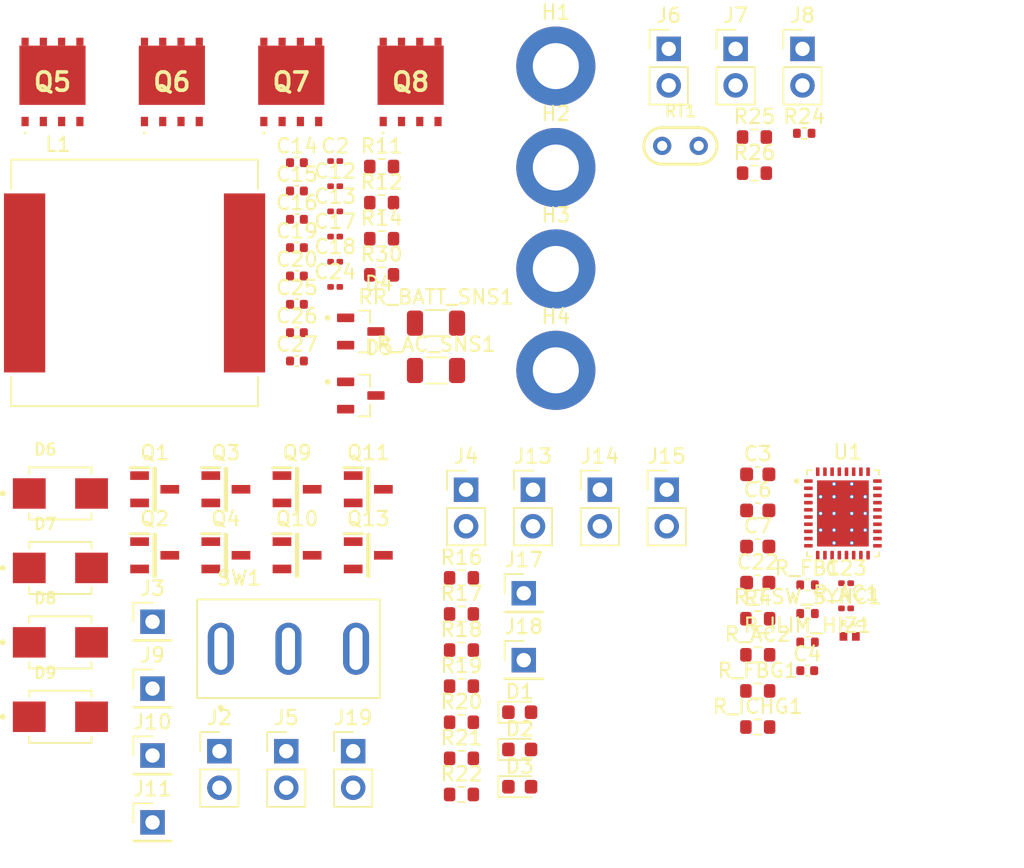
<source format=kicad_pcb>
(kicad_pcb (version 20241229) (generator "pcbnew") (generator_version "9.0")
  (layers (0 "F.Cu" signal) (2 "B.Cu" signal) (13 "F.Paste" user) (15 "B.Paste" user) (5 "F.SilkS" user "F.Silkscreen") (7 "B.SilkS" user "B.Silkscreen") (1 "F.Mask" user) (3 "B.Mask" user) (25 "Edge.Cuts" user))
  (net 0 "")
  (net 1 "SOL")
  (net 2 "GND")
  (net 3 "DRV_SUP")
  (net 4 "Net-(C6-Pad1)")
  (net 5 "Net-(Q5-D_1)")
  (net 6 "SRP")
  (net 7 "SRN")
  (net 8 "SYS{slash}BATT")
  (net 9 "BTST_1")
  (net 10 "SW1")
  (net 11 "SW2")
  (net 12 "BTST_2")
  (net 13 "Net-(Q6-D_1)")
  (net 14 "ACP")
  (net 15 "ACN")
  (net 16 "Net-(D1-A)")
  (net 17 "PG")
  (net 18 "Net-(D2-K)")
  (net 19 "Net-(D2-A)")
  (net 20 "STAT_2")
  (net 21 "Net-(D3-A)")
  (net 24 "Net-(D6-PadC)")
  (net 25 "Net-(J10-Pin_1)")
  (net 26 "Net-(D7-PadC)")
  (net 27 "Net-(D8-PadC)")
  (net 28 "Net-(J4-Pin_1)")
  (net 29 "Net-(J5-Pin_2)")
  (net 30 "TS")
  (net 31 "Net-(J6-Pin_2)")
  (net 32 "Net-(J7-Pin_2)")
  (net 33 "Net-(J8-Pin_1)")
  (net 34 "Net-(J19-Pin_1)")
  (net 35 "CE")
  (net 36 "Net-(J14-Pin_2)")
  (net 37 "INT")
  (net 38 "STAT_1")
  (net 39 "SCL")
  (net 40 "SDA")
  (net 41 "/Inhibits, Inputs/EN")
  (net 42 "Net-(Q1-Pad2)")
  (net 43 "Net-(Q4-Pad2)")
  (net 44 "HIDRV_1")
  (net 45 "HIDRV_2")
  (net 46 "LODRV_1")
  (net 47 "LODRV_2")
  (net 48 "Net-(Q10-Pad2)")
  (net 49 "PGND")
  (net 50 "/BQ25756E/ACUV")
  (net 51 "/BQ25756E/ACOV")
  (net 52 "/BQ25756E/FB")
  (net 53 "/BQ25756E/FBG")
  (net 54 "Net-(U1-FSW_SYNC)")
  (net 55 "Net-(U1-ICHG)")
  (net 56 "Net-(U1-ILIM_HIZ)")
  (footprint "Connector_PinHeader_2.54mm:PinHeader_1x02_P2.54mm_Vertical" (layer "F.Cu") (at 19.905 50.655)
    (property "Reference" "J5" (at 0 -2.33 0) (layer "F.SilkS"))
    (property "Value" "BATT_01x02_Pin")
    (pad "1" thru_hole rect (at 0 0) (size 1.7 1.7) (drill 1) (layers "*.Cu" "*.Mask") (net 8 "SYS{slash}BATT"))
    (pad "2" thru_hole oval (at 0 2.54) (size 1.7 1.7) (drill 1) (layers "*.Cu" "*.Mask") (net 29 "Net-(J5-Pin_2)"))
  )
  (footprint "Connector_PinHeader_2.54mm:PinHeader_1x01_P2.54mm_Vertical" (layer "F.Cu") (at 10.605 46.305)
    (property "Reference" "J9" (at 0 -2.33 0) (layer "F.SilkS"))
    (property "Value" "SYS_TEST_01x01_Pin")
    (pad "1" thru_hole rect (at 0 0) (size 1.7 1.7) (drill 1) (layers "*.Cu" "*.Mask") (net 34 "Net-(J19-Pin_1)"))
  )
  (footprint "MountingHole:MountingHole_3.2mm_M3_ISO14580_Pad" (layer "F.Cu") (at 38.645 17.125)
    (property "Reference" "H3" (at 0 -3.75 0) (layer "F.SilkS"))
    (property "Value" "MountingHole_Pad")
    (pad "1" thru_hole circle (at 0 0) (size 5.5 5.5) (drill 3.2) (layers "*.Cu" "*.Mask") (net 2 "GND"))
  )
  (footprint "Resistor_SMD:R_0603_1608Metric" (layer "F.Cu") (at 52.455 10.465)
    (property "Reference" "R26" (at 0 -1.43 0) (layer "F.SilkS"))
    (property "Value" "10k")
    (pad "1" smd roundrect (at -0.825 0) (size 0.8 0.95) (layers "F.Cu" "F.Mask" "F.Paste") (net 2 "GND"))
    (pad "2" smd roundrect (at 0.825 0) (size 0.8 0.95) (layers "F.Cu" "F.Mask" "F.Paste") (net 31 "Net-(J6-Pin_2)"))
  )
  (footprint "Capacitor_SMD:C_0603_1608Metric" (layer "F.Cu") (at 52.685 33.915)
    (property "Reference" "C6" (at 0 -1.43 0) (layer "F.SilkS"))
    (property "Value" "47u")
    (pad "1" smd roundrect (at -0.775 0) (size 0.9 0.95) (layers "F.Cu" "F.Mask" "F.Paste") (net 4 "Net-(C6-Pad1)"))
    (pad "2" smd roundrect (at 0.775 0) (size 0.9 0.95) (layers "F.Cu" "F.Mask" "F.Paste") (net 2 "GND"))
  )
  (footprint "Connector_PinHeader_2.54mm:PinHeader_1x01_P2.54mm_Vertical" (layer "F.Cu") (at 10.605 41.655)
    (property "Reference" "J3" (at 0 -2.33 0) (layer "F.SilkS"))
    (property "Value" "BATT_TEST_01x01_Pin")
    (pad "1" thru_hole rect (at 0 0) (size 1.7 1.7) (drill 1) (layers "*.Cu" "*.Mask") (net 8 "SYS{slash}BATT"))
  )
  (footprint "Resistor_SMD:R_0603_1608Metric" (layer "F.Cu") (at 52.685 43.955)
    (property "Reference" "R_AC2" (at 0 -1.43 0) (layer "F.SilkS"))
    (property "Value" "11.83k")
    (pad "1" smd roundrect (at -0.825 0) (size 0.8 0.95) (layers "F.Cu" "F.Mask" "F.Paste") (net 50 "/BQ25756E/ACUV"))
    (pad "2" smd roundrect (at 0.825 0) (size 0.8 0.95) (layers "F.Cu" "F.Mask" "F.Paste") (net 51 "/BQ25756E/ACOV"))
  )
  (footprint "Resistor_SMD:R_0603_1608Metric" (layer "F.Cu") (at 52.685 46.465)
    (property "Reference" "R_FBG1" (at 0 -1.43 0) (layer "F.SilkS"))
    (property "Value" "16.67k")
    (pad "1" smd roundrect (at -0.825 0) (size 0.8 0.95) (layers "F.Cu" "F.Mask" "F.Paste") (net 52 "/BQ25756E/FB"))
    (pad "2" smd roundrect (at 0.825 0) (size 0.8 0.95) (layers "F.Cu" "F.Mask" "F.Paste") (net 53 "/BQ25756E/FBG"))
  )
  (footprint "bmsfootprints:SI2318CDS-T1-GE3" (layer "F.Cu") (at 15.705 32.445)
    (property "Reference" "Q3" (at 0 -2.54 0) (layer "F.SilkS"))
    (property "Value" "SI2318CDS-T1-GE3")
    (pad "1" smd rect (at -1.05 -0.95) (size 1.3 0.6) (layers "F.Cu" "F.Mask" "F.Paste") (net 41 "/Inhibits, Inputs/EN"))
    (pad "2" smd rect (at -1.05 0.95) (size 1.3 0.6) (layers "F.Cu" "F.Mask" "F.Paste") (net 1 "SOL"))
    (pad "3" smd rect (at 1.05 0) (size 1.3 0.6) (layers "F.Cu" "F.Mask" "F.Paste") (net 8 "SYS{slash}BATT"))
  )
  (footprint "Resistor_SMD:R_0402_1005Metric" (layer "F.Cu") (at 56.145 39.095)
    (property "Reference" "R_FB1" (at 0 -1.17 0) (layer "F.SilkS"))
    (property "Value" "249k")
    (pad "1" smd roundrect (at -0.51 0) (size 0.54 0.64) (layers "F.Cu" "F.Mask" "F.Paste") (net 8 "SYS{slash}BATT"))
    (pad "2" smd roundrect (at 0.51 0) (size 0.54 0.64) (layers "F.Cu" "F.Mask" "F.Paste") (net 52 "/BQ25756E/FB"))
  )
  (footprint "Resistor_SMD:R_0603_1608Metric" (layer "F.Cu") (at 32.085 46.135)
    (property "Reference" "R19" (at 0 -1.43 0) (layer "F.SilkS"))
    (property "Value" "10k")
    (pad "1" smd roundrect (at -0.825 0) (size 0.8 0.95) (layers "F.Cu" "F.Mask" "F.Paste") (net 16 "Net-(D1-A)"))
    (pad "2" smd roundrect (at 0.825 0) (size 0.8 0.95) (layers "F.Cu" "F.Mask" "F.Paste") (net 28 "Net-(J4-Pin_1)"))
  )
  (footprint "bmsfootprints:SW_100SP1T1B1M1QEH" (layer "F.Cu") (at 20.055 43.535)
    (property "Reference" "SW1" (at -3.425 -4.915 0) (layer "F.SilkS"))
    (property "Value" "100SP1T1B1M1QEH")
    (pad "1" thru_hole oval (at -4.7 0) (size 1.81 3.62) (drill oval 0.91 2.94) (layers "*.Cu" "*.Mask") (net 41 "/Inhibits, Inputs/EN"))
    (pad "2" thru_hole oval (at 0 0) (size 1.81 3.62) (drill oval 0.91 2.94) (layers "*.Cu" "*.Mask") (net 26 "Net-(D7-PadC)"))
    (pad "3" thru_hole oval (at 4.7 0) (size 1.81 3.62) (drill oval 0.91 2.94) (layers "*.Cu" "*.Mask") (net 2 "GND"))
  )
  (footprint "Capacitor_SMD:C_0402_1005Metric" (layer "F.Cu") (at 20.645 11.705)
    (property "Reference" "C15" (at 0 -1.16 0) (layer "F.SilkS"))
    (property "Value" "470n")
    (pad "1" smd roundrect (at -0.48 0) (size 0.56 0.62) (layers "F.Cu" "F.Mask" "F.Paste") (net 6 "SRP"))
    (pad "2" smd roundrect (at 0.48 0) (size 0.56 0.62) (layers "F.Cu" "F.Mask" "F.Paste") (net 7 "SRN"))
  )
  (footprint "Capacitor_SMD:C_0402_1005Metric" (layer "F.Cu") (at 20.645 19.585)
    (property "Reference" "C25" (at 0 -1.16 0) (layer "F.SilkS"))
    (property "Value" "100n")
    (pad "1" smd roundrect (at -0.48 0) (size 0.56 0.62) (layers "F.Cu" "F.Mask" "F.Paste") (net 2 "GND"))
    (pad "2" smd roundrect (at 0.48 0) (size 0.56 0.62) (layers "F.Cu" "F.Mask" "F.Paste") (net 14 "ACP"))
  )
  (footprint "bmsfootprints:SI2318CDS-T1-GE3" (layer "F.Cu") (at 20.655 37.035)
    (property "Reference" "Q10" (at 0 -2.54 0) (layer "F.SilkS"))
    (property "Value" "SI2318CDS-T1-GE3")
    (pad "1" smd rect (at -1.05 -0.95) (size 1.3 0.6) (layers "F.Cu" "F.Mask" "F.Paste") (net 41 "/Inhibits, Inputs/EN"))
    (pad "2" smd rect (at -1.05 0.95) (size 1.3 0.6) (layers "F.Cu" "F.Mask" "F.Paste") (net 48 "Net-(Q10-Pad2)"))
    (pad "3" smd rect (at 1.05 0) (size 1.3 0.6) (layers "F.Cu" "F.Mask" "F.Paste") (net 34 "Net-(J19-Pin_1)"))
  )
  (footprint "MountingHole:MountingHole_3.2mm_M3_ISO14580_Pad" (layer "F.Cu") (at 38.645 3.025)
    (property "Reference" "H1" (at 0 -3.75 0) (layer "F.SilkS"))
    (property "Value" "MountingHole_Pad")
    (pad "1" thru_hole circle (at 0 0) (size 5.5 5.5) (drill 3.2) (layers "*.Cu" "*.Mask") (net 2 "GND"))
  )
  (footprint "Connector_PinHeader_2.54mm:PinHeader_1x02_P2.54mm_Vertical" (layer "F.Cu") (at 41.705 32.475)
    (property "Reference" "J14" (at 0 -2.33 0) (layer "F.SilkS"))
    (property "Value" "Conn-1x2")
    (pad "1" thru_hole rect (at 0 0) (size 1.7 1.7) (drill 1) (layers "*.Cu" "*.Mask") (net 37 "INT"))
    (pad "2" thru_hole oval (at 0 2.54) (size 1.7 1.7) (drill 1) (layers "*.Cu" "*.Mask") (net 36 "Net-(J14-Pin_2)"))
  )
  (footprint "Capacitor_SMD:C_0402_1005Metric" (layer "F.Cu") (at 56.125 45.055)
    (property "Reference" "C4" (at 0 -1.16 0) (layer "F.SilkS"))
    (property "Value" "100n")
    (pad "1" smd roundrect (at -0.48 0) (size 0.56 0.62) (layers "F.Cu" "F.Mask" "F.Paste") (net 1 "SOL"))
    (pad "2" smd roundrect (at 0.48 0) (size 0.56 0.62) (layers "F.Cu" "F.Mask" "F.Paste") (net 2 "GND"))
  )
  (footprint "Resistor_SMD:R_1206_3216Metric" (layer "F.Cu") (at 30.315 20.895)
    (property "Reference" "RR_BATT_SNS1" (at 0 -1.82 0) (layer "F.SilkS"))
    (property "Value" "5m")
    (pad "1" smd roundrect (at -1.4625 0) (size 1.125 1.75) (layers "F.Cu" "F.Mask" "F.Paste") (roundrect_rratio 0.222222) (net 8 "SYS{slash}BATT"))
    (pad "2" smd roundrect (at 1.4625 0) (size 1.125 1.75) (layers "F.Cu" "F.Mask" "F.Paste") (roundrect_rratio 0.222222) (net 13 "Net-(Q6-D_1)"))
  )
  (footprint "bmsfootprints:AON6482" (layer "F.Cu") (at 20.25 4.12)
    (property "Reference" "Q7" (at 0 0.005 0) (layer "F.SilkS") (effects (font (size 1.27 1.27) (thickness 0.254))))
    (property "Value" "AONS66614" (hide yes))
    (pad "1" smd rect (at -1.905 2.755) (size 0.5 0.65) (layers "F.Cu" "F.Mask" "F.Paste") (net 2 "GND"))
    (pad "2" smd rect (at -0.635 2.755) (size 0.5 0.65) (layers "F.Cu" "F.Mask" "F.Paste") (net 2 "GND"))
    (pad "3" smd rect (at 0.635 2.755) (size 0.5 0.65) (layers "F.Cu" "F.Mask" "F.Paste") (net 2 "GND"))
    (pad "4" smd rect (at 1.905 2.755) (size 0.5 0.65) (layers "F.Cu" "F.Mask" "F.Paste") (net 46 "LODRV_1"))
    (pad "5" smd rect (at 1.905 -2.795) (size 0.5 0.55) (layers "F.Cu" "F.Mask" "F.Paste") (net 10 "SW1"))
    (pad "6" smd rect (at 0.635 -2.795) (size 0.5 0.55) (layers "F.Cu" "F.Mask" "F.Paste") (net 10 "SW1"))
    (pad "7" smd rect (at -0.635 -2.795) (size 0.5 0.55) (layers "F.Cu" "F.Mask" "F.Paste") (net 10 "SW1"))
    (pad "8" smd rect (at -1.905 -2.795) (size 0.5 0.55) (layers "F.Cu" "F.Mask" "F.Paste") (net 10 "SW1"))
    (pad "9" smd rect (at 0 -0.46 90) (size 4.12 4.6) (layers "F.Cu" "F.Mask" "F.Paste") (net 10 "SW1"))
  )
  (footprint "Capacitor_SMD:C_0201_0603Metric" (layer "F.Cu") (at 23.305 16.625)
    (property "Reference" "C18" (at 0 -1.05 0) (layer "F.SilkS"))
    (property "Value" "56u")
    (pad "1" smd roundrect (at -0.32 0) (size 0.46 0.4) (layers "F.Cu" "F.Mask") (net 8 "SYS{slash}BATT"))
    (pad "2" smd roundrect (at 0.32 0) (size 0.46 0.4) (layers "F.Cu" "F.Mask") (net 2 "GND"))
  )
  (footprint "MountingHole:MountingHole_3.2mm_M3_ISO14580_Pad" (layer "F.Cu") (at 38.645 10.075)
    (property "Reference" "H2" (at 0 -3.75 0) (layer "F.SilkS"))
    (property "Value" "MountingHole_Pad")
    (pad "1" thru_hole circle (at 0 0) (size 5.5 5.5) (drill 3.2) (layers "*.Cu" "*.Mask") (net 2 "GND"))
  )
  (footprint "Connector_PinHeader_2.54mm:PinHeader_1x02_P2.54mm_Vertical" (layer "F.Cu") (at 24.555 50.655)
    (property "Reference" "J19" (at 0 -2.33 0) (layer "F.SilkS"))
    (property "Value" "SYS-1x2")
    (pad "1" thru_hole rect (at 0 0) (size 1.7 1.7) (drill 1) (layers "*.Cu" "*.Mask") (net 34 "Net-(J19-Pin_1)"))
    (pad "2" thru_hole oval (at 0 2.54) (size 1.7 1.7) (drill 1) (layers "*.Cu" "*.Mask") (net 2 "GND"))
  )
  (footprint "LED_SMD:LED_0603_1608Metric" (layer "F.Cu") (at 36.135 47.945)
    (property "Reference" "D1" (at 0 -1.43 0) (layer "F.SilkS"))
    (property "Value" "GREEN")
    (pad "1" smd roundrect (at -0.7875 0) (size 0.875 0.95) (layers "F.Cu" "F.Mask" "F.Paste") (net 17 "PG"))
    (pad "2" smd roundrect (at 0.7875 0) (size 0.875 0.95) (layers "F.Cu" "F.Mask" "F.Paste") (net 16 "Net-(D1-A)"))
  )
  (footprint "Capacitor_SMD:C_0402_1005Metric" (layer "F.Cu") (at 20.645 13.675)
    (property "Reference" "C16" (at 0 -1.16 0) (layer "F.SilkS"))
    (property "Value" "100n")
    (pad "1" smd roundrect (at -0.48 0) (size 0.56 0.62) (layers "F.Cu" "F.Mask" "F.Paste") (net 2 "GND"))
    (pad "2" smd roundrect (at 0.48 0) (size 0.56 0.62) (layers "F.Cu" "F.Mask" "F.Paste") (net 7 "SRN"))
  )
  (footprint "bmsfootprints:RC0402FR-0753K6L" (layer "F.Cu") (at 59.075 42.675)
    (property "Reference" "R_AC3" (at 0.3 -0.88 0) (layer "F.SilkS") (effects (font (size 0.393701 0.393701))))
    (property "Value" "RC0402FR-0753K6L")
    (pad "1" smd rect (at -0.432 0) (size 0.54 0.6) (layers "F.Cu" "F.Mask" "F.Paste") (net 51 "/BQ25756E/ACOV"))
    (pad "2" smd rect (at 0.432 0) (size 0.54 0.6) (layers "F.Cu" "F.Mask" "F.Paste") (net 2 "GND"))
  )
  (footprint "Connector_PinHeader_2.54mm:PinHeader_1x01_P2.54mm_Vertical" (layer "F.Cu") (at 10.605 55.605)
    (property "Reference" "J11" (at 0 -2.33 0) (layer "F.SilkS"))
    (property "Value" "GND_TEST_01x01_Pin")
    (pad "1" thru_hole rect (at 0 0) (size 1.7 1.7) (drill 1) (layers "*.Cu" "*.Mask") (net 2 "GND"))
  )
  (footprint "Capacitor_SMD:C_0603_1608Metric" (layer "F.Cu") (at 52.685 38.935)
    (property "Reference" "C22" (at 0 -1.43 0) (layer "F.SilkS"))
    (property "Value" "4.7u")
    (pad "1" smd roundrect (at -0.775 0) (size 0.9 0.95) (layers "F.Cu" "F.Mask" "F.Paste") (net 3 "DRV_SUP"))
    (pad "2" smd roundrect (at 0.775 0) (size 0.9 0.95) (layers "F.Cu" "F.Mask" "F.Paste") (net 2 "GND"))
  )
  (footprint "Resistor_SMD:R_0402_1005Metric" (layer "F.Cu") (at 55.915 7.695)
    (property "Reference" "R24" (at 0 -1.17 0) (layer "F.SilkS"))
    (property "Value" "30.1k")
    (pad "1" smd roundrect (at -0.51 0) (size 0.54 0.64) (layers "F.Cu" "F.Mask" "F.Paste") (net 2 "GND"))
    (pad "2" smd roundrect (at 0.51 0) (size 0.54 0.64) (layers "F.Cu" "F.Mask" "F.Paste") (net 30 "TS"))
  )
  (footprint "Capacitor_SMD:C_0402_1005Metric" (layer "F.Cu") (at 20.645 17.615)
    (property "Reference" "C20" (at 0 -1.16 0) (layer "F.SilkS"))
    (property "Value" "100n")
    (pad "1" smd roundrect (at -0.48 0) (size 0.56 0.62) (layers "F.Cu" "F.Mask" "F.Paste") (net 11 "SW2"))
    (pad "2" smd roundrect (at 0.48 0) (size 0.56 0.62) (layers "F.Cu" "F.Mask" "F.Paste") (net 12 "BTST_2"))
  )
  (footprint "bmsfootprints:SI2318CDS-T1-GE3" (layer "F.Cu") (at 25.605 32.445)
    (property "Reference" "Q11" (at 0 -2.54 0) (layer "F.SilkS"))
    (property "Value" "SI2318CDS-T1-GE3")
    (pad "1" smd rect (at -1.05 -0.95) (size 1.3 0.6) (layers "F.Cu" "F.Mask" "F.Paste") (net 41 "/Inhibits, Inputs/EN"))
    (pad "2" smd rect (at -1.05 0.95) (size 1.3 0.6) (layers "F.Cu" "F.Mask" "F.Paste") (net 48 "Net-(Q10-Pad2)"))
    (pad "3" smd rect (at 1.05 0) (size 1.3 0.6) (layers "F.Cu" "F.Mask" "F.Paste") (net 8 "SYS{slash}BATT"))
  )
  (footprint "Resistor_SMD:R_0402_1005Metric" (layer "F.Cu") (at 56.145 41.085)
    (property "Reference" "R_FSW_SYNC1" (at 0 -1.17 0) (layer "F.SilkS"))
    (property "Value" "40k")
    (pad "1" smd roundrect (at -0.51 0) (size 0.54 0.64) (layers "F.Cu" "F.Mask" "F.Paste") (net 2 "GND"))
    (pad "2" smd roundrect (at 0.51 0) (size 0.54 0.64) (layers "F.Cu" "F.Mask" "F.Paste") (net 54 "Net-(U1-FSW_SYNC)"))
  )
  (footprint "Connector_PinHeader_2.54mm:PinHeader_1x02_P2.54mm_Vertical" (layer "F.Cu") (at 55.795 1.825)
    (property "Reference" "J8" (at 0 -2.33 0) (layer "F.SilkS"))
    (property "Value" "Conn-1x2")
    (pad "1" thru_hole rect (at 0 0) (size 1.7 1.7) (drill 1) (layers "*.Cu" "*.Mask") (net 33 "Net-(J8-Pin_1)"))
    (pad "2" thru_hole oval (at 0 2.54) (size 1.7 1.7) (drill 1) (layers "*.Cu" "*.Mask") (net 2 "GND"))
  )
  (footprint "Resistor_SMD:R_1206_3216Metric" (layer "F.Cu") (at 30.315 24.185)
    (property "Reference" "R_AC_SNS1" (at 0 -1.82 0) (layer "F.SilkS"))
    (property "Value" "5m")
    (pad "1" smd roundrect (at -1.4625 0) (size 1.125 1.75) (layers "F.Cu" "F.Mask" "F.Paste") (roundrect_rratio 0.222222) (net 5 "Net-(Q5-D_1)"))
    (pad "2" smd roundrect (at 1.4625 0) (size 1.125 1.75) (layers "F.Cu" "F.Mask" "F.Paste") (roundrect_rratio 0.222222) (net 1 "SOL"))
  )
  (footprint "bmsfootprints:SI2318CDS-T1-GE3" (layer "F.Cu") (at 10.755 32.445)
    (property "Reference" "Q1" (at 0 -2.54 0) (layer "F.SilkS"))
    (property "Value" "SI2318CDS-T1-GE3")
    (pad "1" smd rect (at -1.05 -0.95) (size 1.3 0.6) (layers "F.Cu" "F.Mask" "F.Paste") (net 41 "/Inhibits, Inputs/EN"))
    (pad "2" smd rect (at -1.05 0.95) (size 1.3 0.6) (layers "F.Cu" "F.Mask" "F.Paste") (net 42 "Net-(Q1-Pad2)"))
    (pad "3" smd rect (at 1.05 0) (size 1.3 0.6) (layers "F.Cu" "F.Mask" "F.Paste") (net 24 "Net-(D6-PadC)"))
  )
  (footprint "Resistor_SMD:R_0603_1608Metric" (layer "F.Cu") (at 52.685 48.975)
    (property "Reference" "R_ICHG1" (at 0 -1.43 0) (layer "F.SilkS"))
    (property "Value" "16.67k")
    (pad "1" smd roundrect (at -0.825 0) (size 0.8 0.95) (layers "F.Cu" "F.Mask" "F.Paste") (net 2 "GND"))
    (pad "2" smd roundrect (at 0.825 0) (size 0.8 0.95) (layers "F.Cu" "F.Mask" "F.Paste") (net 55 "Net-(U1-ICHG)"))
  )
  (footprint "MountingHole:MountingHole_3.2mm_M3_ISO14580_Pad" (layer "F.Cu") (at 38.645 24.175)
    (property "Reference" "H4" (at 0 -3.75 0) (layer "F.SilkS"))
    (property "Value" "MountingHole_Pad")
    (pad "1" thru_hole circle (at 0 0) (size 5.5 5.5) (drill 3.2) (layers "*.Cu" "*.Mask") (net 2 "GND"))
  )
  (footprint "Capacitor_SMD:C_0201_0603Metric" (layer "F.Cu") (at 23.305 18.375)
    (property "Reference" "C24" (at 0 -1.05 0) (layer "F.SilkS"))
    (property "Value" "56u")
    (pad "1" smd roundrect (at -0.32 0) (size 0.46 0.4) (layers "F.Cu" "F.Mask") (net 13 "Net-(Q6-D_1)"))
    (pad "2" smd roundrect (at 0.32 0) (size 0.46 0.4) (layers "F.Cu" "F.Mask") (net 2 "GND"))
  )
  (footprint "Capacitor_SMD:C_0201_0603Metric" (layer "F.Cu") (at 23.305 11.375)
    (property "Reference" "C12" (at 0 -1.05 0) (layer "F.SilkS"))
    (property "Value" "56u")
    (pad "1" smd roundrect (at -0.32 0) (size 0.46 0.4) (layers "F.Cu" "F.Mask") (net 5 "Net-(Q5-D_1)"))
    (pad "2" smd roundrect (at 0.32 0) (size 0.46 0.4) (layers "F.Cu" "F.Mask") (net 2 "GND"))
  )
  (footprint "Resistor_SMD:R_0603_1608Metric" (layer "F.Cu") (at 32.085 48.645)
    (property "Reference" "R20" (at 0 -1.43 0) (layer "F.SilkS"))
    (property "Value" "10k")
    (pad "1" smd roundrect (at -0.825 0) (size 0.8 0.95) (layers "F.Cu" "F.Mask" "F.Paste") (net 36 "Net-(J14-Pin_2)"))
    (pad "2" smd roundrect (at 0.825 0) (size 0.8 0.95) (layers "F.Cu" "F.Mask" "F.Paste") (net 28 "Net-(J4-Pin_1)"))
  )
  (footprint "Connector_PinHeader_2.54mm:PinHeader_1x02_P2.54mm_Vertical" (layer "F.Cu") (at 32.405 32.475)
    (property "Reference" "J4" (at 0 -2.33 0) (layer "F.SilkS"))
    (property "Value" "3.3V_PULLUP_01x02_Pin")
    (pad "1" thru_hole rect (at 0 0) (size 1.7 1.7) (drill 1) (layers "*.Cu" "*.Mask") (net 28 "Net-(J4-Pin_1)"))
    (pad "2" thru_hole oval (at 0 2.54) (size 1.7 1.7) (drill 1) (layers "*.Cu" "*.Mask") (net 2 "GND"))
  )
  (footprint "bmsfootprints:SI2318CDS-T1-GE3" (layer "F.Cu") (at 20.655 32.445)
    (property "Reference" "Q9" (at 0 -2.54 0) (layer "F.SilkS"))
    (property "Value" "SI2318CDS-T1-GE3")
    (pad "1" smd rect (at -1.05 -0.95) (size 1.3 0.6) (layers "F.Cu" "F.Mask" "F.Paste") (net 41 "/Inhibits, Inputs/EN"))
    (pad "2" smd rect (at -1.05 0.95) (size 1.3 0.6) (layers "F.Cu" "F.Mask" "F.Paste") (net 43 "Net-(Q4-Pad2)"))
    (pad "3" smd rect (at 1.05 0) (size 1.3 0.6) (layers "F.Cu" "F.Mask" "F.Paste") (net 2 "GND"))
  )
  (footprint "bmsfootprints:BAT54" (layer "F.Cu") (at 25.085 21.475)
    (property "Reference" "D4" (at 1.27 -3.335 0) (layer "F.SilkS"))
    (property "Value" "BAT54")
    (pad "1" smd roundrect (at -1.055 -0.95) (size 1.2 0.6) (layers "F.Cu" "F.Mask" "F.Paste") (roundrect_rratio 0.125) (net 3 "DRV_SUP"))
    (pad "2" smd roundrect (at -1.055 0.95) (size 1.2 0.6) (layers "F.Cu" "F.Mask" "F.Paste") (roundrect_rratio 0.125))
    (pad "3" smd roundrect (at 1.055 0) (size 1.2 0.6) (layers "F.Cu" "F.Mask" "F.Paste") (roundrect_rratio 0.125) (net 12 "BTST_2"))
  )
  (footprint "Resistor_SMD:R_0201_0603Metric" (layer "F.Cu") (at 58.825 40.725)
    (property "Reference" "R_AC1" (at 0 -1.05 0) (layer "F.SilkS"))
    (property "Value" "1M")
    (pad "1" smd roundrect (at -0.32 0) (size 0.46 0.4) (layers "F.Cu" "F.Mask") (net 1 "SOL"))
    (pad "2" smd roundrect (at 0.32 0) (size 0.46 0.4) (layers "F.Cu" "F.Mask") (net 50 "/BQ25756E/ACUV"))
  )
  (footprint "bmsfootprints:SS24" (layer "F.Cu") (at 4.2 37.9125)
    (property "Reference" "D7" (at -1.055 -3.0625 0) (layer "F.SilkS") (effects (font (size 0.787402 0.787402))))
    (property "Value" "SS24")
    (pad "A" smd rect (at 2.165 0) (size 2.28 2.12) (layers "F.Cu" "F.Mask" "F.Paste") (net 24 "Net-(D6-PadC)"))
    (pad "C" smd rect (at -2.165 0) (size 2.28 2.12) (layers "F.Cu" "F.Mask" "F.Paste") (net 26 "Net-(D7-PadC)"))
  )
  (footprint "Resistor_SMD:R_0603_1608Metric" (layer "F.Cu") (at 26.535 17.535)
    (property "Reference" "R30" (at 0 -1.43 0) (layer "F.SilkS"))
    (property "Value" "10")
    (pad "1" smd roundrect (at -0.825 0) (size 0.8 0.95) (layers "F.Cu" "F.Mask" "F.Paste") (net 5 "Net-(Q5-D_1)"))
    (pad "2" smd roundrect (at 0.825 0) (size 0.8 0.95) (layers "F.Cu" "F.Mask" "F.Paste") (net 15 "ACN"))
  )
  (footprint "Resistor_SMD:R_0603_1608Metric" (layer "F.Cu") (at 32.085 38.605)
    (property "Reference" "R16" (at 0 -1.43 0) (layer "F.SilkS"))
    (property "Value" "10k")
    (pad "1" smd roundrect (at -0.825 0) (size 0.8 0.95) (layers "F.Cu" "F.Mask" "F.Paste") (net 39 "SCL"))
    (pad "2" smd roundrect (at 0.825 0) (size 0.8 0.95) (layers "F.Cu" "F.Mask" "F.Paste") (net 28 "Net-(J4-Pin_1)"))
  )
  (footprint "Resistor_SMD:R_0603_1608Metric" (layer "F.Cu") (at 32.085 51.155)
    (property "Reference" "R21" (at 0 -1.43 0) (layer "F.SilkS"))
    (property "Value" "10k")
    (pad "1" smd roundrect (at -0.825 0) (size 0.8 0.95) (layers "F.Cu" "F.Mask" "F.Paste") (net 19 "Net-(D2-A)"))
    (pad "2" smd roundrect (at 0.825 0) (size 0.8 0.95) (layers "F.Cu" "F.Mask" "F.Paste") (net 28 "Net-(J4-Pin_1)"))
  )
  (footprint "bmsfootprints:SI2318CDS-T1-GE3" (layer "F.Cu") (at 15.705 37.035)
    (property "Reference" "Q4" (at 0 -2.54 0) (layer "F.SilkS"))
    (property "Value" "SI2318CDS-T1-GE3")
    (pad "1" smd rect (at -1.05 -0.95) (size 1.3 0.6) (layers "F.Cu" "F.Mask" "F.Paste") (net 41 "/Inhibits, Inputs/EN"))
    (pad "2" smd rect (at -1.05 0.95) (size 1.3 0.6) (layers "F.Cu" "F.Mask" "F.Paste") (net 43 "Net-(Q4-Pad2)"))
    (pad "3" smd rect (at 1.05 0) (size 1.3 0.6) (layers "F.Cu" "F.Mask" "F.Paste") (net 29 "Net-(J5-Pin_2)"))
  )
  (footprint "bmsfootprints:SS24" (layer "F.Cu") (at 4.2 43.0875)
    (property "Reference" "D8" (at -1.055 -3.0625 0) (layer "F.SilkS") (effects (font (size 0.787402 0.787402))))
    (property "Value" "SS24")
    (pad "A" smd rect (at 2.165 0) (size 2.28 2.12) (layers "F.Cu" "F.Mask" "F.Paste") (net 8 "SYS{slash}BATT"))
    (pad "C" smd rect (at -2.165 0) (size 2.28 2.12) (layers "F.Cu" "F.Mask" "F.Paste") (net 27 "Net-(D8-PadC)"))
  )
  (footprint "Connector_PinHeader_2.54mm:PinHeader_1x02_P2.54mm_Vertical" (layer "F.Cu") (at 46.355 32.475)
    (property "Reference" "J15" (at 0 -2.33 0) (layer "F.SilkS"))
    (property "Value" "Conn-1x2")
    (pad "1" thru_hole rect (at 0 0) (size 1.7 1.7) (drill 1) (layers "*.Cu" "*.Mask") (net 38 "STAT_1"))
    (pad "2" thru_hole oval (at 0 2.54) (size 1.7 1.7) (drill 1) (layers "*.Cu" "*.Mask") (net 18 "Net-(D2-K)"))
  )
  (footprint "Connector_PinHeader_2.54mm:PinHeader_1x01_P2.54mm_Vertical" (layer "F.Cu") (at 36.415 44.325)
    (property "Reference" "J18" (at 0 -2.33 0) (layer "F.SilkS"))
    (property "Value" "SDA_MAS_01x01_Pin")
    (pad "1" thru_hole rect (at 0 0) (size 1.7 1.7) (drill 1) (layers "*.Cu" "*.Mask") (net 40 "SDA"))
  )
  (footprint "bmsfootprints:AON6482" (layer "F.Cu") (at 11.95 4.12)
    (property "Reference" "Q6" (at 0 0.005 0) (layer "F.SilkS") (effects (font (size 1.27 1.27) (thickness 0.254))))
    (property "Value" "AONS66614" (hide yes))
    (pad "1" smd rect (at -1.905 2.755) (size 0.5 0.65) (layers "F.Cu" "F.Mask" "F.Paste") (net 11 "SW2"))
    (pad "2" smd rect (at -0.635 2.755) (size 0.5 0.65) (layers "F.Cu" "F.Mask" "F.Paste") (net 11 "SW2"))
    (pad "3" smd rect (at 0.635 2.755) (size 0.5 0.65) (layers "F.Cu" "F.Mask" "F.Paste") (net 11 "SW2"))
    (pad "4" smd rect (at 1.905 2.755) (size 0.5 0.65) (layers "F.Cu" "F.Mask" "F.Paste") (net 45 "HIDRV_2"))
    (pad "5" smd rect (at 1.905 -2.795) (size 0.5 0.55) (layers "F.Cu" "F.Mask" "F.Paste") (net 13 "Net-(Q6-D_1)"))
    (pad "6" smd rect (at 0.635 -2.795) (size 0.5 0.55) (layers "F.Cu" "F.Mask" "F.Paste") (net 13 "Net-(Q6-D_1)"))
    (pad "7" smd rect (at -0.635 -2.795) (size 0.5 0.55) (layers "F.Cu" "F.Mask" "F.Paste") (net 13 "Net-(Q6-D_1)"))
    (pad "8" smd rect (at -1.905 -2.795) (size 0.5 0.55) (layers "F.Cu" "F.Mask" "F.Paste") (net 13 "Net-(Q6-D_1)"))
    (pad "9" smd rect (at 0 -0.46 90) (size 4.12 4.6) (layers "F.Cu" "F.Mask" "F.Paste") (net 13 "Net-(Q6-D_1)"))
  )
  (footprint "bmsfootprints:IND_IHLP6767GZER100M01" (layer "F.Cu") (at 9.3555 18.0975)
    (property "Reference" "L1" (at -5.325 -9.635 0) (layer "F.SilkS"))
    (property "Value" "IHLP6767GZER100M01")
    (pad "1" smd rect (at -7.6454 0) (size 2.8702 12.446) (layers "F.Cu" "F.Mask" "F.Paste") (net 10 "SW1"))
    (pad "2" smd rect (at 7.6454 0) (size 2.8702 12.446) (layers "F.Cu" "F.Mask" "F.Paste") (net 11 "SW2"))
  )
  (footprint "Resistor_SMD:R_0603_1608Metric" (layer "F.Cu") (at 32.085 41.115)
    (property "Reference" "R17" (at 0 -1.43 0) (layer "F.SilkS"))
    (property "Value" "10k")
    (pad "1" smd roundrect (at -0.825 0) (size 0.8 0.95) (layers "F.Cu" "F.Mask" "F.Paste") (net 40 "SDA"))
    (pad "2" smd roundrect (at 0.825 0) (size 0.8 0.95) (layers "F.Cu" "F.Mask" "F.Paste") (net 28 "Net-(J4-Pin_1)"))
  )
  (footprint "Resistor_SMD:R_0603_1608Metric" (layer "F.Cu") (at 32.085 43.625)
    (property "Reference" "R18" (at 0 -1.43 0) (layer "F.SilkS"))
    (property "Value" "10k")
    (pad "1" smd roundrect (at -0.825 0) (size 0.8 0.95) (layers "F.Cu" "F.Mask" "F.Paste") (net 35 "CE"))
    (pad "2" smd roundrect (at 0.825 0) (size 0.8 0.95) (layers "F.Cu" "F.Mask" "F.Paste") (net 28 "Net-(J4-Pin_1)"))
  )
  (footprint "bmsfootprints:103AT-2" (layer "F.Cu") (at 47.31 8.57)
    (property "Reference" "RT1" (at 0 -2.413 0) (layer "F.SilkS") (effects (font (size 0.8 0.8))))
    (property "Value" "103AT-2")
    (pad "1" thru_hole circle (at -1.27 0) (size 1.27 1.27) (drill 0.7) (layers "*.Cu" "*.Mask") (net 30 "TS"))
    (pad "2" thru_hole circle (at 1.27 0) (size 1.27 1.27) (drill 0.7) (layers "*.Cu" "*.Mask") (net 33 "Net-(J8-Pin_1)"))
  )
  (footprint "Connector_PinHeader_2.54mm:PinHeader_1x02_P2.54mm_Vertical" (layer "F.Cu") (at 46.495 1.825)
    (property "Reference" "J6" (at 0 -2.33 0) (layer "F.SilkS"))
    (property "Value" "Conn-1x2")
    (pad "1" thru_hole rect (at 0 0) (size 1.7 1.7) (drill 1) (layers "*.Cu" "*.Mask") (net 30 "TS"))
    (pad "2" thru_hole oval (at 0 2.54) (size 1.7 1.7) (drill 1) (layers "*.Cu" "*.Mask") (net 31 "Net-(J6-Pin_2)"))
  )
  (footprint "Capacitor_SMD:C_0603_1608Metric" (layer "F.Cu") (at 52.685 36.425)
    (property "Reference" "C7" (at 0 -1.43 0) (layer "F.SilkS"))
    (property "Value" "4.7u")
    (pad "1" smd roundrect (at -0.775 0) (size 0.9 0.95) (layers "F.Cu" "F.Mask" "F.Paste") (net 1 "SOL"))
    (pad "2" smd roundrect (at 0.775 0) (size 0.9 0.95) (layers "F.Cu" "F.Mask" "F.Paste") (net 2 "GND"))
  )
  (footprint "Resistor_SMD:R_0603_1608Metric" (layer "F.Cu") (at 26.535 10.005)
    (property "Reference" "R11" (at 0 -1.43 0) (layer "F.SilkS"))
    (property "Value" "10")
    (pad "1" smd roundrect (at -0.825 0) (size 0.8 0.95) (layers "F.Cu" "F.Mask" "F.Paste") (net 1 "SOL"))
    (pad "2" smd roundrect (at 0.825 0) (size 0.8 0.95) (layers "F.Cu" "F.Mask" "F.Paste") (net 14 "ACP"))
  )
  (footprint "bmsfootprints:SI2318CDS-T1-GE3" (layer "F.Cu") (at 10.755 37.035)
    (property "Reference" "Q2" (at 0 -2.54 0) (layer "F.SilkS"))
    (property "Value" "SI2318CDS-T1-GE3")
    (pad "1" smd rect (at -1.05 -0.95) (size 1.3 0.6) (layers "F.Cu" "F.Mask" "F.Paste") (net 41 "/Inhibits, Inputs/EN"))
    (pad "2" smd rect (at -1.05 0.95) (size 1.3 0.6) (layers "F.Cu" "F.Mask" "F.Paste") (net 1 "SOL"))
    (pad "3" smd rect (at 1.05 0) (size 1.3 0.6) (layers "F.Cu" "F.Mask" "F.Paste") (net 42 "Net-(Q1-Pad2)"))
  )
  (footprint "Connector_PinHeader_2.54mm:PinHeader_1x02_P2.54mm_Vertical" (layer "F.Cu") (at 51.145 1.825)
    (property "Reference" "J7" (at 0 -2.33 0) (layer "F.SilkS"))
    (property "Value" "Conn-1x2")
    (pad "1" thru_hole rect (at 0 0) (size 1.7 1.7) (drill 1) (layers "*.Cu" "*.Mask") (net 3 "DRV_SUP"))
    (pad "2" thru_hole oval (at 0 2.54) (size 1.7 1.7) (drill 1) (layers "*.Cu" "*.Mask") (net 32 "Net-(J7-Pin_2)"))
  )
  (footprint "Resistor_SMD:R_0603_1608Metric" (layer "F.Cu") (at 52.455 7.955)
    (property "Reference" "R25" (at 0 -1.43 0) (layer "F.SilkS"))
    (property "Value" "5.23k")
    (pad "1" smd roundrect (at -0.825 0) (size 0.8 0.95) (layers "F.Cu" "F.Mask" "F.Paste") (net 30 "TS"))
    (pad "2" smd roundrect (at 0.825 0) (size 0.8 0.95) (layers "F.Cu" "F.Mask" "F.Paste") (net 32 "Net-(J7-Pin_2)"))
  )
  (footprint "bmsfootprints:SS24" (layer "F.Cu") (at 4.2 48.2625)
    (property "Reference" "D9" (at -1.055 -3.0625 0) (layer "F.SilkS") (effects (font (size 0.787402 0.787402))))
    (property "Value" "SS24")
    (pad "A" smd rect (at 2.165 0) (size 2.28 2.12) (layers "F.Cu" "F.Mask" "F.Paste") (net 27 "Net-(D8-PadC)"))
    (pad "C" smd rect (at -2.165 0) (size 2.28 2.12) (layers "F.Cu" "F.Mask" "F.Paste") (net 26 "Net-(D7-PadC)"))
  )
  (footprint "Connector_PinHeader_2.54mm:PinHeader_1x01_P2.54mm_Vertical" (layer "F.Cu") (at 10.605 50.955)
    (property "Reference" "J10" (at 0 -2.33 0) (layer "F.SilkS"))
    (property "Value" "SOL_TEST_01x01_Pin")
    (pad "1" thru_hole rect (at 0 0) (size 1.7 1.7) (drill 1) (layers "*.Cu" "*.Mask") (net 25 "Net-(J10-Pin_1)"))
  )
  (footprint "Capacitor_SMD:C_0603_1608Metric" (layer "F.Cu") (at 52.685 31.405)
    (property "Reference" "C3" (at 0 -1.43 0) (layer "F.SilkS"))
    (property "Value" "4.7u")
    (pad "1" smd roundrect (at -0.775 0) (size 0.9 0.95) (layers "F.Cu" "F.Mask" "F.Paste") (net 3 "DRV_SUP"))
    (pad "2" smd roundrect (at 0.775 0) (size 0.9 0.95) (layers "F.Cu" "F.Mask" "F.Paste") (net 2 "GND"))
  )
  (footprint "Capacitor_SMD:C_0402_1005Metric" (layer "F.Cu") (at 20.645 9.735)
    (property "Reference" "C14" (at 0 -1.16 0) (layer "F.SilkS"))
    (property "Value" "100n")
    (pad "1" smd roundrect (at -0.48 0) (size 0.56 0.62) (layers "F.Cu" "F.Mask" "F.Paste") (net 2 "GND"))
    (pad "2" smd roundrect (at 0.48 0) (size 0.56 0.62) (layers "F.Cu" "F.Mask" "F.Paste") (net 6 "SRP"))
  )
  (footprint "LED_SMD:LED_0603_1608Metric" (layer "F.Cu") (at 36.135 53.125)
    (property "Reference" "D3" (at 0 -1.43 0) (layer "F.SilkS"))
    (property "Value" "GREEN")
    (pad "1" smd roundrect (at -0.7875 0) (size 0.875 0.95) (layers "F.Cu" "F.Mask" "F.Paste") (net 20 "STAT_2"))
    (pad "2" smd roundrect (at 0.7875 0) (size 0.875 0.95) (layers "F.Cu" "F.Mask" "F.Paste") (net 21 "Net-(D3-A)"))
  )
  (footprint "Capacitor_SMD:C_0201_0603Metric" (layer "F.Cu") (at 23.305 9.625)
    (property "Reference" "C2" (at 0 -1.05 0) (layer "F.SilkS"))
    (property "Value" "56u")
    (pad "1" smd roundrect (at -0.32 0) (size 0.46 0.4) (layers "F.Cu" "F.Mask") (net 1 "SOL"))
    (pad "2" smd roundrect (at 0.32 0) (size 0.46 0.4) (layers "F.Cu" "F.Mask") (net 2 "GND"))
  )
  (footprint "Connector_PinHeader_2.54mm:PinHeader_1x02_P2.54mm_Vertical" (layer "F.Cu") (at 37.055 32.475)
    (property "Reference" "J13" (at 0 -2.33 0) (layer "F.SilkS"))
    (property "Value" "Conn-1x2")
    (pad "1" thru_hole rect (at 0 0) (size 1.7 1.7) (drill 1) (layers "*.Cu" "*.Mask") (net 2 "GND"))
    (pad "2" thru_hole oval (at 0 2.54) (size 1.7 1.7) (drill 1) (layers "*.Cu" "*.Mask") (net 35 "CE"))
  )
  (footprint "Capacitor_SMD:C_0201_0603Metric" (layer "F.Cu") (at 58.825 38.975)
    (property "Reference" "C23" (at 0 -1.05 0) (layer "F.SilkS"))
    (property "Value" "1u")
    (pad "1" smd roundrect (at -0.32 0) (size 0.46 0.4) (layers "F.Cu" "F.Mask") (net 1 "SOL"))
    (pad "2" smd roundrect (at 0.32 0) (size 0.46 0.4) (layers "F.Cu" "F.Mask") (net 2 "GND"))
  )
  (footprint "Connector_PinHeader_2.54mm:PinHeader_1x01_P2.54mm_Vertical" (layer "F.Cu") (at 36.415 39.675)
    (property "Reference" "J17" (at 0 -2.33 0) (layer "F.SilkS"))
    (property "Value" "SCL_MAS_01x01_Pin")
    (pad "1" thru_hole rect (at 0 0) (size 1.7 1.7) (drill 1) (layers "*.Cu" "*.Mask") (net 39 "SCL"))
  )
  (footprint "bmsfootprints:AON6482" (layer "F.Cu") (at 28.55 4.12)
    (property "Reference" "Q8" (at 0 0.005 0) (layer "F.SilkS") (effects (font (size 1.27 1.27) (thickness 0.254))))
    (property "Value" "AONS66614" (hide yes))
    (pad "1" smd rect (at -1.905 2.755) (size 0.5 0.65) (layers "F.Cu" "F.Mask" "F.Paste") (net 2 "GND"))
    (pad "2" smd rect (at -0.635 2.755) (size 0.5 0.65) (layers "F.Cu" "F.Mask" "F.Paste") (net 2 "GND"))
    (pad "3" smd rect (at 0.635 2.755) (size 0.5 0.65) (layers "F.Cu" "F.Mask" "F.Paste") (net 2 "GND"))
    (pad "4" smd rect (at 1.905 2.755) (size 0.5 0.65) (layers "F.Cu" "F.Mask" "F.Paste") (net 47 "LODRV_2"))
    (pad "5" smd rect (at 1.905 -2.795) (size 0.5 0.55) (layers "F.Cu" "F.Mask" "F.Paste") (net 11 "SW2"))
    (pad "6" smd rect (at 0.635 -2.795) (size 0.5 0.55) (layers "F.Cu" "F.Mask" "F.Paste") (net 11 "SW2"))
    (pad "7" smd rect (at -0.635 -2.795) (size 0.5 0.55) (layers "F.Cu" "F.Mask" "F.Paste") (net 11 "SW2"))
    (pad "8" smd rect (at -1.905 -2.795) (size 0.5 0.55) (layers "F.Cu" "F.Mask" "F.Paste") (net 11 "SW2"))
    (pad "9" smd rect (at 0 -0.46 90) (size 4.12 4.6) (layers "F.Cu" "F.Mask" "F.Paste") (net 11 "SW2"))
  )
  (footprint "Resistor_SMD:R_0603_1608Metric" (layer "F.Cu") (at 26.535 15.025)
    (property "Reference" "R14" (at 0 -1.43 0) (layer "F.SilkS"))
    (property "Value" "10")
    (pad "1" smd roundrect (at -0.825 0) (size 0.8 0.95) (layers "F.Cu" "F.Mask" "F.Paste") (net 8 "SYS{slash}BATT"))
    (pad "2" smd roundrect (at 0.825 0) (size 0.8 0.95) (layers "F.Cu" "F.Mask" "F.Paste") (net 7 "SRN"))
  )
  (footprint "Resistor_SMD:R_0603_1608Metric" (layer "F.Cu") (at 52.685 41.445)
    (property "Reference" "R4" (at 0 -1.43 0) (layer "F.SilkS"))
    (property "Value" "10")
    (pad "1" smd roundrect (at -0.825 0) (size 0.8 0.95) (layers "F.Cu" "F.Mask" "F.Paste") (net 1 "SOL"))
    (pad "2" smd roundrect (at 0.825 0) (size 0.8 0.95) (layers "F.Cu" "F.Mask" "F.Paste") (net 4 "Net-(C6-Pad1)"))
  )
  (footprint "bmsfootprints:BAT54" (layer "F.Cu") (at 25.085 25.925)
    (property "Reference" "D5" (at 1.27 -3.335 0) (layer "F.SilkS"))
    (property "Value" "BAT54")
    (pad "1" smd roundrect (at -1.055 -0.95) (size 1.2 0.6) (layers "F.Cu" "F.Mask" "F.Paste") (roundrect_rratio 0.125) (net 3 "DRV_SUP"))
    (pad "2" smd roundrect (at -1.055 0.95) (size 1.2 0.6) (layers "F.Cu" "F.Mask" "F.Paste") (roundrect_rratio 0.125))
    (pad "3" smd roundrect (at 1.055 0) (size 1.2 0.6) (layers "F.Cu" "F.Mask" "F.Paste") (roundrect_rratio 0.125) (net 9 "BTST_1"))
  )
  (footprint "LED_SMD:LED_0603_1608Metric" (layer "F.Cu") (at 36.135 50.535)
    (property "Reference" "D2" (at 0 -1.43 0) (layer "F.SilkS"))
    (property "Value" "GREEN")
    (pad "1" smd roundrect (at -0.7875 0) (size 0.875 0.95) (layers "F.Cu" "F.Mask" "F.Paste") (net 18 "Net-(D2-K)"))
    (pad "2" smd roundrect (at 0.7875 0) (size 0.875 0.95) (layers "F.Cu" "F.Mask" "F.Paste") (net 19 "Net-(D2-A)"))
  )
  (footprint "bmsfootprints:IC_BQ25756ERRVR" (layer "F.Cu") (at 58.605 34.125)
    (property "Reference" "U1" (at 0.34 -4.27 0) (layer "F.SilkS"))
    (property "Value" "BQ25756ERRVR")
    (pad "1" smd roundrect (at -2.4 -2.25) (size 0.6 0.25) (layers "F.Cu" "F.Paste") (roundrect_rratio 0.2) (net 39 "SCL"))
    (pad "2" smd roundrect (at -2.4 -1.75) (size 0.6 0.25) (layers "F.Cu" "F.Paste") (roundrect_rratio 0.2) (net 40 "SDA"))
    (pad "3" smd roundrect (at -2.4 -1.25) (size 0.6 0.25) (layers "F.Cu" "F.Paste") (roundrect_rratio 0.2) (net 37 "INT"))
    (pad "4" smd roundrect (at -2.4 -0.75) (size 0.6 0.25) (layers "F.Cu" "F.Paste") (roundrect_rratio 0.2) (net 38 "STAT_1"))
    (pad "5" smd roundrect (at -2.4 -0.25) (size 0.6 0.25) (layers "F.Cu" "F.Paste") (roundrect_rratio 0.2) (net 20 "STAT_2"))
    (pad "6" smd roundrect (at -2.4 0.25) (size 0.6 0.25) (layers "F.Cu" "F.Paste") (roundrect_rratio 0.2) (net 17 "PG"))
    (pad "7" smd roundrect (at -2.4 0.75) (size 0.6 0.25) (layers "F.Cu" "F.Paste") (roundrect_rratio 0.2) (net 35 "CE"))
    (pad "8" smd roundrect (at -2.4 1.25) (size 0.6 0.25) (layers "F.Cu" "F.Paste") (roundrect_rratio 0.2) (net 30 "TS"))
    (pad "9" smd roundrect (at -2.4 1.75) (size 0.6 0.25) (layers "F.Cu" "F.Paste") (roundrect_rratio 0.2) (net 55 "Net-(U1-ICHG)"))
    (pad "10" smd roundrect (at -2.4 2.25) (size 0.6 0.25) (layers "F.Cu" "F.Paste") (roundrect_rratio 0.2) (net 56 "Net-(U1-ILIM_HIZ)"))
    (pad "11" smd roundrect (at -1.75 2.9) (size 0.25 0.6) (layers "F.Cu" "F.Paste") (roundrect_rratio 0.2) (net 53 "/BQ25756E/FBG"))
    (pad "12" smd roundrect (at -1.25 2.9) (size 0.25 0.6) (layers "F.Cu" "F.Paste") (roundrect_rratio 0.2) (net 52 "/BQ25756E/FB"))
    (pad "13" smd roundrect (at -0.75 2.9) (size 0.25 0.6) (layers "F.Cu" "F.Paste") (roundrect_rratio 0.2) (net 7 "SRN"))
    (pad "14" smd roundrect (at -0.25 2.9) (size 0.25 0.6) (layers "F.Cu" "F.Paste") (roundrect_rratio 0.2) (net 6 "SRP"))
    (pad "15" smd roundrect (at 0.25 2.9) (size 0.25 0.6) (layers "F.Cu" "F.Paste") (roundrect_rratio 0.2))
    (pad "16" smd roundrect (at 0.75 2.9) (size 0.25 0.6) (layers "F.Cu" "F.Paste") (roundrect_rratio 0.2))
    (pad "17" smd roundrect (at 1.25 2.9) (size 0.25 0.6) (layers "F.Cu" "F.Paste") (roundrect_rratio 0.2) (net 49 "PGND"))
    (pad "18" smd roundrect (at 1.75 2.9) (size 0.25 0.6) (layers "F.Cu" "F.Paste") (roundrect_rratio 0.2) (net 11 "SW2"))
    (pad "19" smd roundrect (at 2.4 2.25) (size 0.6 0.25) (layers "F.Cu" "F.Paste") (roundrect_rratio 0.2) (net 45 "HIDRV_2"))
    (pad "20" smd roundrect (at 2.4 1.75) (size 0.6 0.25) (layers "F.Cu" "F.Paste") (roundrect_rratio 0.2) (net 12 "BTST_2"))
    (pad "21" smd roundrect (at 2.4 1.25) (size 0.6 0.25) (layers "F.Cu" "F.Paste") (roundrect_rratio 0.2) (net 47 "LODRV_2"))
    (pad "22" smd roundrect (at 2.4 0.75) (size 0.6 0.25) (layers "F.Cu" "F.Paste") (roundrect_rratio 0.2) (net 49 "PGND"))
    (pad "23" smd roundrect (at 2.4 0.25) (size 0.6 0.25) (layers "F.Cu" "F.Paste") (roundrect_rratio 0.2) (net 3 "DRV_SUP"))
    (pad "24" smd roundrect (at 2.4 -0.25) (size 0.6 0.25) (layers "F.Cu" "F.Paste") (roundrect_rratio 0.2) (net 3 "DRV_SUP"))
    (pad "25" smd roundrect (at 2.4 -0.75) (size 0.6 0.25) (layers "F.Cu" "F.Paste") (roundrect_rratio 0.2) (net 46 "LODRV_1"))
    (pad "26" smd roundrect (at 2.4 -1.25) (size 0.6 0.25) (layers "F.Cu" "F.Paste") (roundrect_rratio 0.2) (net 9 "BTST_1"))
    (pad "27" smd roundrect (at 2.4 -1.75) (size 0.6 0.25) (layers "F.Cu" "F.Paste") (roundrect_rratio 0.2) (net 44 "HIDRV_1"))
    (pad "28" smd roundrect (at 2.4 -2.25) (size 0.6 0.25) (layers "F.Cu" "F.Paste") (roundrect_rratio 0.2) (net 10 "SW1"))
    (pad "29" smd roundrect (at 1.75 -2.9) (size 0.25 0.6) (layers "F.Cu" "F.Paste") (roundrect_rratio 0.2) (net 15 "ACN"))
    (pad "30" smd roundrect (at 1.25 -2.9) (size 0.25 0.6) (layers "F.Cu" "F.Paste") (roundrect_rratio 0.2) (net 14 "ACP"))
    (pad "31" smd roundrect (at 0.75 -2.9) (size 0.25 0.6) (layers "F.Cu" "F.Paste") (roundrect_rratio 0.2))
    (pad "32" smd roundrect (at 0.25 -2.9) (size 0.25 0.6) (layers "F.Cu" "F.Paste") (roundrect_rratio 0.2) (net 1 "SOL"))
    (pad "33" smd roundrect (at -0.25 -2.9) (size 0.25 0.6) (layers "F.Cu" "F.Paste") (roundrect_rratio 0.2) (net 1 "SOL"))
    (pad "34" smd roundrect (at -0.75 -2.9) (size 0.25 0.6) (layers "F.Cu" "F.Paste") (roundrect_rratio 0.2) (net 50 "/BQ25756E/ACUV"))
    (pad "35" smd roundrect (at -1.25 -2.9) (size 0.25 0.6) (layers "F.Cu" "F.Paste") (roundrect_rratio 0.2) (net 51 "/BQ25756E/ACOV"))
    (pad "36" smd roundrect (at -1.75 -2.9) (size 0.25 0.6) (layers "F.Cu" "F.Paste") (roundrect_rratio 0.2) (net 54 "Net-(U1-FSW_SYNC)"))
    (pad "37" smd roundrect (at 0 0) (size 3.6 4.6) (layers "F.Cu") (roundrect_rratio 0.015) (net 49 "PGND"))
    (pad "38" thru_hole circle (at -0.615 -2.05) (size 0.3 0.3) (drill 0.2) (layers "*.Cu" "*.Mask"))
    (pad "39" thru_hole circle (at 0.615 -2.05) (size 0.3 0.3) (drill 0.2) (layers "*.Cu" "*.Mask"))
    (pad "40" thru_hole circle (at -1.55 -1.16) (size 0.3 0.3) (drill 0.2) (layers "*.Cu" "*.Mask"))
    (pad "41" thru_hole circle (at -0.615 -1.16) (size 0.3 0.3) (drill 0.2) (layers "*.Cu" "*.Mask"))
    (pad "42" thru_hole circle (at 0.615 -1.16) (size 0.3 0.3) (drill 0.2) (layers "*.Cu" "*.Mask"))
    (pad "43" thru_hole circle (at 1.55 -1.16) (size 0.3 0.3) (drill 0.2) (layers "*.Cu" "*.Mask"))
    (pad "44" thru_hole circle (at -1.55 0) (size 0.3 0.3) (drill 0.2) (layers "*.Cu" "*.Mask"))
    (pad "45" thru_hole circle (at -0.615 0) (size 0.3 0.3) (drill 0.2) (layers "*.Cu" "*.Mask"))
    (pad "46" thru_hole circle (at 0.615 0) (size 0.3 0.3) (drill 0.2) (layers "*.Cu" "*.Mask"))
    (pad "47" thru_hole circle (at 1.55 0) (size 0.3 0.3) (drill 0.2) (layers "*.Cu" "*.Mask"))
    (pad "48" thru_hole circle (at -1.55 1.16) (size 0.3 0.3) (drill 0.2) (layers "*.Cu" "*.Mask"))
    (pad "49" thru_hole circle (at -0.615 1.16) (size 0.3 0.3) (drill 0.2) (layers "*.Cu" "*.Mask"))
    (pad "50" thru_hole circle (at 0.615 1.16) (size 0.3 0.3) (drill 0.2) (layers "*.Cu" "*.Mask"))
    (pad "51" thru_hole circle (at 1.55 1.16) (size 0.3 0.3) (drill 0.2) (layers "*.Cu" "*.Mask"))
    (pad "52" thru_hole circle (at -0.615 2.05) (size 0.3 0.3) (drill 0.2) (layers "*.Cu" "*.Mask"))
    (pad "53" thru_hole circle (at 0.615 2.05) (size 0.3 0.3) (drill 0.2) (layers "*.Cu" "*.Mask"))
  )
  (footprint "Capacitor_SMD:C_0402_1005Metric" (layer "F.Cu") (at 20.645 23.525)
    (property "Reference" "C27" (at 0 -1.16 0) (layer "F.SilkS"))
    (property "Value" "100n")
    (pad "1" smd roundrect (at -0.48 0) (size 0.56 0.62) (layers "F.Cu" "F.Mask" "F.Paste") (net 2 "GND"))
    (pad "2" smd roundrect (at 0.48 0) (size 0.56 0.62) (layers "F.Cu" "F.Mask" "F.Paste") (net 15 "ACN"))
  )
  (footprint "Resistor_SMD:R_0603_1608Metric" (layer "F.Cu") (at 26.535 12.515)
    (property "Reference" "R12" (at 0 -1.43 0) (layer "F.SilkS"))
    (property "Value" "10")
    (pad "1" smd roundrect (at -0.825 0) (size 0.8 0.95) (layers "F.Cu" "F.Mask" "F.Paste") (net 13 "Net-(Q6-D_1)"))
    (pad "2" smd roundrect (at 0.825 0) (size 0.8 0.95) (layers "F.Cu" "F.Mask" "F.Paste") (net 6 "SRP"))
  )
  (footprint "Capacitor_SMD:C_0402_1005Metric" (layer "F.Cu") (at 20.645 21.555)
    (property "Reference" "C26" (at 0 -1.16 0) (layer "F.SilkS"))
    (property "Value" "470n")
    (pad "1" smd roundrect (at -0.48 0) (size 0.56 0.62) (layers "F.Cu" "F.Mask" "F.Paste") (net 14 "ACP"))
    (pad "2" smd roundrect (at 0.48 0) (size 0.56 0.62) (layers "F.Cu" "F.Mask" "F.Paste") (net 15 "ACN"))
  )
  (footprint "bmsfootprints:SI2318CDS-T1-GE3" (layer "F.Cu") (at 25.605 37.035)
    (property "Reference" "Q13" (at 0 -2.54 0) (layer "F.SilkS"))
    (property "Value" "SI2318CDS-T1-GE3")
    (pad "1" smd rect (at -1.05 -0.95) (size 1.3 0.6) (layers "F.Cu" "F.Mask" "F.Paste") (net 41 "/Inhibits, Inputs/EN"))
    (pad "2" smd rect (at -1.05 0.95) (size 1.3 0.6) (layers "F.Cu" "F.Mask" "F.Paste") (net 2 "GND"))
    (pad "3" smd rect (at 1.05 0) (size 1.3 0.6) (layers "F.Cu" "F.Mask" "F.Paste") (net 49 "PGND"))
  )
  (footprint "Connector_PinHeader_2.54mm:PinHeader_1x02_P2.54mm_Vertical" (layer "F.Cu") (at 15.255 50.655)
    (property "Reference" "J2" (at 0 -2.33 0) (layer "F.SilkS"))
    (property "Value" "SP_01x02_Pin")
    (pad "1" thru_hole rect (at 0 0) (size 1.7 1.7) (drill 1) (layers "*.Cu" "*.Mask") (net 25 "Net-(J10-Pin_1)"))
    (pad "2" thru_hole oval (at 0 2.54) (size 1.7 1.7) (drill 1) (layers "*.Cu" "*.Mask") (net 2 "GND"))
  )
  (footprint "bmsfootprints:AON6482" (layer "F.Cu") (at 3.65 4.12)
    (property "Reference" "Q5" (at 0 0.005 0) (layer "F.SilkS") (effects (font (size 1.27 1.27) (thickness 0.254))))
    (property "Value" "AONS66614" (hide yes))
    (pad "1" smd rect (at -1.905 2.755) (size 0.5 0.65) (layers "F.Cu" "F.Mask" "F.Paste") (net 10 "SW1"))
    (pad "2" smd rect (at -0.635 2.755) (size 0.5 0.65) (layers "F.Cu" "F.Mask" "F.Paste") (net 10 "SW1"))
    (pad "3" smd rect (at 0.635 2.755) (size 0.5 0.65) (layers "F.Cu" "F.Mask" "F.Paste") (net 10 "SW1"))
    (pad "4" smd rect (at 1.905 2.755) (size 0.5 0.65) (layers "F.Cu" "F.Mask" "F.Paste") (net 44 "HIDRV_1"))
    (pad "5" smd rect (at 1.905 -2.795) (size 0.5 0.55) (layers "F.Cu" "F.Mask" "F.Paste") (net 5 "Net-(Q5-D_1)"))
    (pad "6" smd rect (at 0.635 -2.795) (size 0.5 0.55) (layers "F.Cu" "F.Mask" "F.Paste") (net 5 "Net-(Q5-D_1)"))
    (pad "7" smd rect (at -0.635 -2.795) (size 0.5 0.55) (layers "F.Cu" "F.Mask" "F.Paste") (net 5 "Net-(Q5-D_1)"))
    (pad "8" smd rect (at -1.905 -2.795) (size 0.5 0.55) (layers "F.Cu" "F.Mask" "F.Paste") (net 5 "Net-(Q5-D_1)"))
    (pad "9" smd rect (at 0 -0.46 90) (size 4.12 4.6) (layers "F.Cu" "F.Mask" "F.Paste") (net 5 "Net-(Q5-D_1)"))
  )
  (footprint "Capacitor_SMD:C_0201_0603Metric" (layer "F.Cu") (at 23.305 13.125)
    (property "Reference" "C13" (at 0 -1.05 0) (layer "F.SilkS"))
    (property "Value" "56u")
    (pad "1" smd roundrect (at -0.32 0) (size 0.46 0.4) (layers "F.Cu" "F.Mask") (net 1 "SOL"))
    (pad "2" smd roundrect (at 0.32 0) (size 0.46 0.4) (layers "F.Cu" "F.Mask") (net 2 "GND"))
  )
  (footprint "Resistor_SMD:R_0603_1608Metric" (layer "F.Cu") (at 32.085 53.665)
    (property "Reference" "R22" (at 0 -1.43 0) (layer "F.SilkS"))
    (property "Value" "10k")
    (pad "1" smd roundrect (at -0.825 0) (size 0.8 0.95) (layers "F.Cu" "F.Mask" "F.Paste") (net 21 "Net-(D3-A)"))
    (pad "2" smd roundrect (at 0.825 0) (size 0.8 0.95) (layers "F.Cu" "F.Mask" "F.Paste") (net 28 "Net-(J4-Pin_1)"))
  )
  (footprint "Capacitor_SMD:C_0402_1005Metric" (layer "F.Cu") (at 20.645 15.645)
    (property "Reference" "C19" (at 0 -1.16 0) (layer "F.SilkS"))
    (property "Value" "100n")
    (pad "1" smd roundrect (at -0.48 0) (size 0.56 0.62) (layers "F.Cu" "F.Mask" "F.Paste") (net 10 "SW1"))
    (pad "2" smd roundrect (at 0.48 0) (size 0.56 0.62) (layers "F.Cu" "F.Mask" "F.Paste") (net 9 "BTST_1"))
  )
  (footprint "Capacitor_SMD:C_0201_0603Metric" (layer "F.Cu") (at 23.305 14.875)
    (property "Reference" "C17" (at 0 -1.05 0) (layer "F.SilkS"))
    (property "Value" "56u")
    (pad "1" smd roundrect (at -0.32 0) (size 0.46 0.4) (layers "F.Cu" "F.Mask") (net 8 "SYS{slash}BATT"))
    (pad "2" smd roundrect (at 0.32 0) (size 0.46 0.4) (layers "F.Cu" "F.Mask") (net 2 "GND"))
  )
  (footprint "Resistor_SMD:R_0402_1005Metric" (layer "F.Cu") (at 56.145 43.075)
    (property "Reference" "R_ILIM_HIZ1" (at 0 -1.17 0) (layer "F.SilkS"))
    (property "Value" "25k")
    (pad "1" smd roundrect (at -0.51 0) (size 0.54 0.64) (layers "F.Cu" "F.Mask" "F.Paste") (net 2 "GND"))
    (pad "2" smd roundrect (at 0.51 0) (size 0.54 0.64) (layers "F.Cu" "F.Mask" "F.Paste") (net 56 "Net-(U1-ILIM_HIZ)"))
  )
  (footprint "bmsfootprints:SS24" (layer "F.Cu") (at 4.2 32.7375)
    (property "Reference" "D6" (at -1.055 -3.0625 0) (layer "F.SilkS") (effects (font (size 0.787402 0.787402))))
    (property "Value" "SS24")
    (pad "A" smd rect (at 2.165 0) (size 2.28 2.12) (layers "F.Cu" "F.Mask" "F.Paste") (net 25 "Net-(J10-Pin_1)"))
    (pad "C" smd rect (at -2.165 0) (size 2.28 2.12) (layers "F.Cu" "F.Mask" "F.Paste") (net 24 "Net-(D6-PadC)"))
  )
)
</source>
